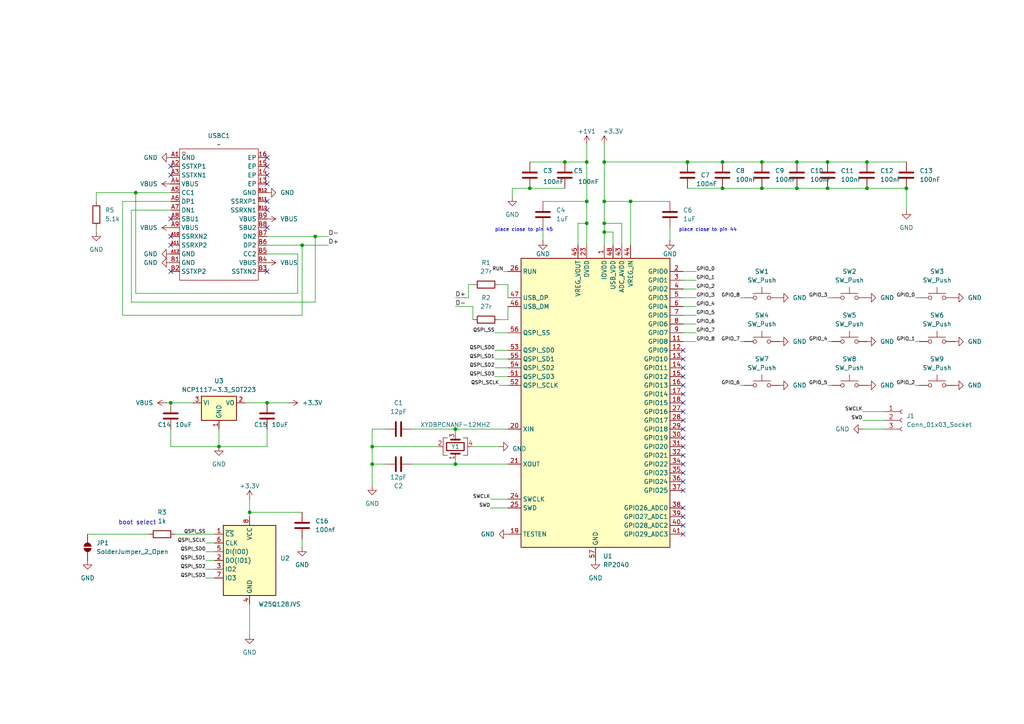
<source format=kicad_sch>
(kicad_sch (version 20231120) (generator "eeschema") (generator_version "8.0")
  (paper "A4")
  (title_block (title "Macro33") (date "2025-02-10") (rev "1") (comment 1 "GPLV3 Licensed"))
  (lib_symbols
    (symbol "Connector:Conn_01x03_Socket" (pin_names (offset 1.016) hide)
      (property "Reference" "J" (at 0 5.08 0))
      (property "Value" "Conn_01x03_Socket" (at 0 -5.08 0))
      (symbol "Conn_01x03_Socket_1_1"
        (arc (start 0 -2.032) (mid -0.5058 -2.54) (end 0 -3.048) (stroke (width 0.1524)))
        (polyline (pts (xy -1.27 -2.54) (xy -0.508 -2.54)) (stroke (width 0.1524)))
        (polyline (pts (xy -1.27 0) (xy -0.508 0)) (stroke (width 0.1524)))
        (polyline (pts (xy -1.27 2.54) (xy -0.508 2.54)) (stroke (width 0.1524)))
        (arc (start 0 0.508) (mid -0.5058 0) (end 0 -0.508) (stroke (width 0.1524)))
        (arc (start 0 3.048) (mid -0.5058 2.54) (end 0 2.032) (stroke (width 0.1524)))
        (pin passive line (at -5.08 2.54 0) (length 3.81) (name "Pin_1") (number "1"))
        (pin passive line (at -5.08 0 0) (length 3.81) (name "Pin_2") (number "2"))
        (pin passive line (at -5.08 -2.54 0) (length 3.81) (name "Pin_3") (number "3"))
      )
    )
    (symbol "Device:C" (pin_numbers hide) (pin_names (offset 0.254))
      (property "Reference" "C" (at 0.635 2.54 0))
      (property "Value" "C" (at 0.635 -2.54 0))
      (symbol "C_0_1"
        (polyline (pts (xy -2.032 -0.762) (xy 2.032 -0.762)) (stroke (width 0.508)))
        (polyline (pts (xy -2.032 0.762) (xy 2.032 0.762)) (stroke (width 0.508)))
      )
      (symbol "C_1_1"
        (pin passive line (at 0 3.81 270) (length 2.794) (name "~") (number "1"))
        (pin passive line (at 0 -3.81 90) (length 2.794) (name "~") (number "2"))
      )
    )
    (symbol "Device:Crystal_GND24" (pin_names (offset 1.016) hide)
      (property "Reference" "Y" (at 3.175 5.08 0))
      (property "Value" "Crystal_GND24" (at 3.175 3.175 0))
      (symbol "Crystal_GND24_0_1"
        (rectangle (start -1.143 2.54) (end 1.143 -2.54) (stroke (width 0.3048)))
        (polyline (pts (xy -2.54 0) (xy -2.032 0)))
        (polyline (pts (xy -2.032 -1.27) (xy -2.032 1.27)) (stroke (width 0.508)))
        (polyline (pts (xy 0 -3.81) (xy 0 -3.556)))
        (polyline (pts (xy 0 3.556) (xy 0 3.81)))
        (polyline (pts (xy 2.032 -1.27) (xy 2.032 1.27)) (stroke (width 0.508)))
        (polyline (pts (xy 2.032 0) (xy 2.54 0)))
        (polyline (pts (xy -2.54 -2.286) (xy -2.54 -3.556) (xy 2.54 -3.556) (xy 2.54 -2.286)))
        (polyline (pts (xy -2.54 2.286) (xy -2.54 3.556) (xy 2.54 3.556) (xy 2.54 2.286)))
      )
      (symbol "Crystal_GND24_1_1"
        (pin passive line (at -3.81 0 0) (length 1.27) (name "1") (number "1"))
        (pin passive line (at 0 5.08 270) (length 1.27) (name "2") (number "2"))
        (pin passive line (at 3.81 0 180) (length 1.27) (name "3") (number "3"))
        (pin passive line (at 0 -5.08 90) (length 1.27) (name "4") (number "4"))
      )
    )
    (symbol "Device:R" (pin_numbers hide) (pin_names (offset 0))
      (property "Reference" "R" (at 2.032 0 90))
      (property "Value" "R" (at 0 0 90))
      (symbol "R_0_1"
        (rectangle (start -1.016 -2.54) (end 1.016 2.54) (stroke (width 0.254)))
      )
      (symbol "R_1_1"
        (pin passive line (at 0 3.81 270) (length 1.27) (name "~") (number "1"))
        (pin passive line (at 0 -3.81 90) (length 1.27) (name "~") (number "2"))
      )
    )
    (symbol "Jumper:SolderJumper_2_Open" (pin_numbers hide) (pin_names (offset 0) hide) (exclude_from_sim yes) (in_bom no)
      (property "Reference" "JP" (at 0 2.032 0))
      (property "Value" "SolderJumper_2_Open" (at 0 -2.54 0))
      (symbol "SolderJumper_2_Open_0_1"
        (arc (start -0.254 1.016) (mid -1.2656 0) (end -0.254 -1.016))
        (arc (start -0.254 1.016) (mid -1.2656 0) (end -0.254 -1.016) (fill (type outline)))
        (polyline (pts (xy -0.254 1.016) (xy -0.254 -1.016)))
        (polyline (pts (xy 0.254 1.016) (xy 0.254 -1.016)))
        (arc (start 0.254 -1.016) (mid 1.2656 0) (end 0.254 1.016))
        (arc (start 0.254 -1.016) (mid 1.2656 0) (end 0.254 1.016) (fill (type outline)))
      )
      (symbol "SolderJumper_2_Open_1_1"
        (pin passive line (at -3.81 0 0) (length 2.54) (name "A") (number "1"))
        (pin passive line (at 3.81 0 180) (length 2.54) (name "B") (number "2"))
      )
    )
    (symbol "Library:FUC-24F11-SNLB1"
      (property "Reference" "USBC" (at 0 0 0))
      (symbol "FUC-24F11-SNLB1_1_0"
        (rectangle (start -11.43 -19.05) (end 11.43 19.05))
        (circle (center -10.16 17.78) (radius 0.381))
        (pin unspecified line (at 13.97 8.89 180) (length 2.54) (name "EP") (number "13"))
        (pin unspecified line (at 13.97 11.43 180) (length 2.54) (name "EP") (number "14"))
        (pin unspecified line (at 13.97 13.97 180) (length 2.54) (name "EP") (number "15"))
        (pin unspecified line (at 13.97 16.51 180) (length 2.54) (name "EP") (number "16"))
        (pin unspecified line (at -13.97 16.51 0) (length 2.54) (name "GND") (number "A1"))
        (pin unspecified line (at -13.97 -6.35 0) (length 2.54) (name "SSRXN2") (number "A10"))
        (pin unspecified line (at -13.97 -8.89 0) (length 2.54) (name "SSRXP2") (number "A11"))
        (pin unspecified line (at -13.97 -11.43 0) (length 2.54) (name "GND") (number "A12"))
        (pin unspecified line (at -13.97 13.97 0) (length 2.54) (name "SSTXP1") (number "A2"))
        (pin unspecified line (at -13.97 11.43 0) (length 2.54) (name "SSTXN1") (number "A3"))
        (pin unspecified line (at -13.97 8.89 0) (length 2.54) (name "VBUS") (number "A4"))
        (pin unspecified line (at -13.97 6.35 0) (length 2.54) (name "CC1") (number "A5"))
        (pin unspecified line (at -13.97 3.81 0) (length 2.54) (name "DP1") (number "A6"))
        (pin unspecified line (at -13.97 1.27 0) (length 2.54) (name "DN1") (number "A7"))
        (pin unspecified line (at -13.97 -1.27 0) (length 2.54) (name "SBU1") (number "A8"))
        (pin unspecified line (at -13.97 -3.81 0) (length 2.54) (name "VBUS") (number "A9"))
        (pin unspecified line (at -13.97 -13.97 0) (length 2.54) (name "GND") (number "B1"))
        (pin unspecified line (at 13.97 1.27 180) (length 2.54) (name "SSRXN1") (number "B10"))
        (pin unspecified line (at 13.97 3.81 180) (length 2.54) (name "SSRXP1") (number "B11"))
        (pin unspecified line (at 13.97 6.35 180) (length 2.54) (name "GND") (number "B12"))
        (pin unspecified line (at -13.97 -16.51 0) (length 2.54) (name "SSTXP2") (number "B2"))
        (pin unspecified line (at 13.97 -16.51 180) (length 2.54) (name "SSTXN2") (number "B3"))
        (pin unspecified line (at 13.97 -13.97 180) (length 2.54) (name "VBUS") (number "B4"))
        (pin unspecified line (at 13.97 -11.43 180) (length 2.54) (name "CC2") (number "B5"))
        (pin unspecified line (at 13.97 -8.89 180) (length 2.54) (name "DP2") (number "B6"))
        (pin unspecified line (at 13.97 -6.35 180) (length 2.54) (name "DN2") (number "B7"))
        (pin unspecified line (at 13.97 -3.81 180) (length 2.54) (name "SBU2") (number "B8"))
        (pin unspecified line (at 13.97 -1.27 180) (length 2.54) (name "VBUS") (number "B9"))
      )
    )
    (symbol "MCU_RaspberryPi:RP2040"
      (property "Reference" "U" (at 17.78 45.72 0))
      (property "Value" "RP2040" (at 17.78 43.18 0))
      (symbol "RP2040_0_1"
        (rectangle (start -21.59 41.91) (end 21.59 -41.91) (stroke (width 0.254)) (fill (type background)))
      )
      (symbol "RP2040_1_1"
        (pin power_in line (at 2.54 45.72 270) (length 3.81) (name "IOVDD") (number "1"))
        (pin passive line (at 2.54 45.72 270) (length 3.81) hide (name "IOVDD") (number "10"))
        (pin bidirectional line (at 25.4 17.78 180) (length 3.81) (name "GPIO8") (number "11"))
        (pin bidirectional line (at 25.4 15.24 180) (length 3.81) (name "GPIO9") (number "12"))
        (pin bidirectional line (at 25.4 12.7 180) (length 3.81) (name "GPIO10") (number "13"))
        (pin bidirectional line (at 25.4 10.16 180) (length 3.81) (name "GPIO11") (number "14"))
        (pin bidirectional line (at 25.4 7.62 180) (length 3.81) (name "GPIO12") (number "15"))
        (pin bidirectional line (at 25.4 5.08 180) (length 3.81) (name "GPIO13") (number "16"))
        (pin bidirectional line (at 25.4 2.54 180) (length 3.81) (name "GPIO14") (number "17"))
        (pin bidirectional line (at 25.4 0 180) (length 3.81) (name "GPIO15") (number "18"))
        (pin input line (at -25.4 -38.1 0) (length 3.81) (name "TESTEN") (number "19"))
        (pin bidirectional line (at 25.4 38.1 180) (length 3.81) (name "GPIO0") (number "2"))
        (pin input line (at -25.4 -7.62 0) (length 3.81) (name "XIN") (number "20"))
        (pin passive line (at -25.4 -17.78 0) (length 3.81) (name "XOUT") (number "21"))
        (pin passive line (at 2.54 45.72 270) (length 3.81) hide (name "IOVDD") (number "22"))
        (pin power_in line (at -2.54 45.72 270) (length 3.81) (name "DVDD") (number "23"))
        (pin input line (at -25.4 -27.94 0) (length 3.81) (name "SWCLK") (number "24"))
        (pin bidirectional line (at -25.4 -30.48 0) (length 3.81) (name "SWD") (number "25"))
        (pin input line (at -25.4 38.1 0) (length 3.81) (name "RUN") (number "26"))
        (pin bidirectional line (at 25.4 -2.54 180) (length 3.81) (name "GPIO16") (number "27"))
        (pin bidirectional line (at 25.4 -5.08 180) (length 3.81) (name "GPIO17") (number "28"))
        (pin bidirectional line (at 25.4 -7.62 180) (length 3.81) (name "GPIO18") (number "29"))
        (pin bidirectional line (at 25.4 35.56 180) (length 3.81) (name "GPIO1") (number "3"))
        (pin bidirectional line (at 25.4 -10.16 180) (length 3.81) (name "GPIO19") (number "30"))
        (pin bidirectional line (at 25.4 -12.7 180) (length 3.81) (name "GPIO20") (number "31"))
        (pin bidirectional line (at 25.4 -15.24 180) (length 3.81) (name "GPIO21") (number "32"))
        (pin passive line (at 2.54 45.72 270) (length 3.81) hide (name "IOVDD") (number "33"))
        (pin bidirectional line (at 25.4 -17.78 180) (length 3.81) (name "GPIO22") (number "34"))
        (pin bidirectional line (at 25.4 -20.32 180) (length 3.81) (name "GPIO23") (number "35"))
        (pin bidirectional line (at 25.4 -22.86 180) (length 3.81) (name "GPIO24") (number "36"))
        (pin bidirectional line (at 25.4 -25.4 180) (length 3.81) (name "GPIO25") (number "37"))
        (pin bidirectional line (at 25.4 -30.48 180) (length 3.81) (name "GPIO26_ADC0") (number "38"))
        (pin bidirectional line (at 25.4 -33.02 180) (length 3.81) (name "GPIO27_ADC1") (number "39"))
        (pin bidirectional line (at 25.4 33.02 180) (length 3.81) (name "GPIO2") (number "4"))
        (pin bidirectional line (at 25.4 -35.56 180) (length 3.81) (name "GPIO28_ADC2") (number "40"))
        (pin bidirectional line (at 25.4 -38.1 180) (length 3.81) (name "GPIO29_ADC3") (number "41"))
        (pin passive line (at 2.54 45.72 270) (length 3.81) hide (name "IOVDD") (number "42"))
        (pin power_in line (at 7.62 45.72 270) (length 3.81) (name "ADC_AVDD") (number "43"))
        (pin power_in line (at 10.16 45.72 270) (length 3.81) (name "VREG_IN") (number "44"))
        (pin power_out line (at -5.08 45.72 270) (length 3.81) (name "VREG_VOUT") (number "45"))
        (pin bidirectional line (at -25.4 27.94 0) (length 3.81) (name "USB_DM") (number "46"))
        (pin bidirectional line (at -25.4 30.48 0) (length 3.81) (name "USB_DP") (number "47"))
        (pin power_in line (at 5.08 45.72 270) (length 3.81) (name "USB_VDD") (number "48"))
        (pin passive line (at 2.54 45.72 270) (length 3.81) hide (name "IOVDD") (number "49"))
        (pin bidirectional line (at 25.4 30.48 180) (length 3.81) (name "GPIO3") (number "5"))
        (pin passive line (at -2.54 45.72 270) (length 3.81) hide (name "DVDD") (number "50"))
        (pin bidirectional line (at -25.4 7.62 0) (length 3.81) (name "QSPI_SD3") (number "51"))
        (pin output line (at -25.4 5.08 0) (length 3.81) (name "QSPI_SCLK") (number "52"))
        (pin bidirectional line (at -25.4 15.24 0) (length 3.81) (name "QSPI_SD0") (number "53"))
        (pin bidirectional line (at -25.4 10.16 0) (length 3.81) (name "QSPI_SD2") (number "54"))
        (pin bidirectional line (at -25.4 12.7 0) (length 3.81) (name "QSPI_SD1") (number "55"))
        (pin bidirectional line (at -25.4 20.32 0) (length 3.81) (name "QSPI_SS") (number "56"))
        (pin power_in line (at 0 -45.72 90) (length 3.81) (name "GND") (number "57"))
        (pin bidirectional line (at 25.4 27.94 180) (length 3.81) (name "GPIO4") (number "6"))
        (pin bidirectional line (at 25.4 25.4 180) (length 3.81) (name "GPIO5") (number "7"))
        (pin bidirectional line (at 25.4 22.86 180) (length 3.81) (name "GPIO6") (number "8"))
        (pin bidirectional line (at 25.4 20.32 180) (length 3.81) (name "GPIO7") (number "9"))
      )
    )
    (symbol "Memory_Flash:W25Q128JVS"
      (property "Reference" "U" (at -8.89 8.89 0))
      (property "Value" "W25Q128JVS" (at 7.62 8.89 0))
      (symbol "W25Q128JVS_0_1"
        (rectangle (start -7.62 10.16) (end 7.62 -10.16) (stroke (width 0.254)) (fill (type background)))
      )
      (symbol "W25Q128JVS_1_1"
        (pin input line (at -10.16 7.62 0) (length 2.54) (name "~{CS}") (number "1"))
        (pin bidirectional line (at -10.16 0 0) (length 2.54) (name "DO(IO1)") (number "2"))
        (pin bidirectional line (at -10.16 -2.54 0) (length 2.54) (name "IO2") (number "3"))
        (pin power_in line (at 0 -12.7 90) (length 2.54) (name "GND") (number "4"))
        (pin bidirectional line (at -10.16 2.54 0) (length 2.54) (name "DI(IO0)") (number "5"))
        (pin input line (at -10.16 5.08 0) (length 2.54) (name "CLK") (number "6"))
        (pin bidirectional line (at -10.16 -5.08 0) (length 2.54) (name "IO3") (number "7"))
        (pin power_in line (at 0 12.7 270) (length 2.54) (name "VCC") (number "8"))
      )
    )
    (symbol "Regulator_Linear:NCP1117-3.3_SOT223"
      (property "Reference" "U" (at -3.81 3.175 0))
      (property "Value" "NCP1117-3.3_SOT223" (at 0 3.175 0))
      (symbol "NCP1117-3.3_SOT223_0_1"
        (rectangle (start -5.08 -5.08) (end 5.08 1.905) (stroke (width 0.254)) (fill (type background)))
      )
      (symbol "NCP1117-3.3_SOT223_1_1"
        (pin power_in line (at 0 -7.62 90) (length 2.54) (name "GND") (number "1"))
        (pin power_out line (at 7.62 0 180) (length 2.54) (name "VO") (number "2"))
        (pin power_in line (at -7.62 0 0) (length 2.54) (name "VI") (number "3"))
      )
    )
    (symbol "Switch:SW_Push" (pin_numbers hide) (pin_names (offset 1.016) hide)
      (property "Reference" "SW" (at 1.27 2.54 0))
      (property "Value" "SW_Push" (at 0 -1.524 0))
      (symbol "SW_Push_0_1"
        (circle (center -2.032 0) (radius 0.508))
        (polyline (pts (xy 0 1.27) (xy 0 3.048)))
        (polyline (pts (xy 2.54 1.27) (xy -2.54 1.27)))
        (circle (center 2.032 0) (radius 0.508))
        (pin passive line (at -5.08 0 0) (length 2.54) (name "1") (number "1"))
        (pin passive line (at 5.08 0 180) (length 2.54) (name "2") (number "2"))
      )
    )
    (symbol "power:+1V1" (power) (pin_names (offset 0))
      (property "Value" "+1V1" (at 0 3.556 0))
      (symbol "+1V1_0_1"
        (polyline (pts (xy -0.762 1.27) (xy 0 2.54)))
        (polyline (pts (xy 0 0) (xy 0 2.54)))
        (polyline (pts (xy 0 2.54) (xy 0.762 1.27)))
      )
      (symbol "+1V1_1_1"
        (pin power_in line (at 0 0 90) (length 0) hide (name "+1V1") (number "1"))
      )
    )
    (symbol "power:+3.3V" (power) (pin_numbers hide) (pin_names (offset 0) hide)
      (property "Value" "+3.3V" (at 0 3.556 0))
      (symbol "+3.3V_0_1"
        (polyline (pts (xy -0.762 1.27) (xy 0 2.54)))
        (polyline (pts (xy 0 0) (xy 0 2.54)))
        (polyline (pts (xy 0 2.54) (xy 0.762 1.27)))
      )
      (symbol "+3.3V_1_1"
        (pin power_in line (at 0 0 90) (length 0) (name "~") (number "1"))
      )
    )
    (symbol "power:GND" (power) (pin_numbers hide) (pin_names (offset 0) hide)
      (property "Value" "GND" (at 0 -3.81 0))
      (symbol "GND_0_1"
        (polyline (pts (xy 0 0) (xy 0 -1.27) (xy 1.27 -1.27) (xy 0 -2.54) (xy -1.27 -1.27) (xy 0 -1.27)))
      )
      (symbol "GND_1_1"
        (pin power_in line (at 0 0 270) (length 0) (name "~") (number "1"))
      )
    )
    (symbol "power:VBUS" (power) (pin_numbers hide) (pin_names (offset 0) hide)
      (property "Value" "VBUS" (at 0 3.556 0))
      (symbol "VBUS_0_1"
        (polyline (pts (xy -0.762 1.27) (xy 0 2.54)))
        (polyline (pts (xy 0 0) (xy 0 2.54)))
        (polyline (pts (xy 0 2.54) (xy 0.762 1.27)))
      )
      (symbol "VBUS_1_1"
        (pin power_in line (at 0 0 90) (length 0) (name "~") (number "1"))
      )
    )
  )
  (junction (at 72.39 148.59))
  (junction (at 39.37 55.88))
  (junction (at 220.98 54.61))
  (junction (at 49.53 116.84))
  (junction (at 240.03 46.99))
  (junction (at 91.44 68.58))
  (junction (at 251.46 46.99))
  (junction (at 107.95 129.54))
  (junction (at 251.46 54.61))
  (junction (at 209.55 54.61))
  (junction (at 77.47 116.84))
  (junction (at 170.18 58.42))
  (junction (at 107.95 134.62))
  (junction (at 182.88 58.42))
  (junction (at 132.08 134.62))
  (junction (at 170.18 46.99))
  (junction (at 175.26 67.31))
  (junction (at 87.63 71.12))
  (junction (at 199.39 46.99))
  (junction (at 132.08 124.46))
  (junction (at 63.5 129.54))
  (junction (at 175.26 46.99))
  (junction (at 163.83 46.99))
  (junction (at 175.26 64.77))
  (junction (at 240.03 54.61))
  (junction (at 231.14 54.61))
  (junction (at 231.14 46.99))
  (junction (at 170.18 64.77))
  (junction (at 262.89 54.61))
  (junction (at 220.98 46.99))
  (junction (at 209.55 46.99))
  (junction (at 175.26 58.42))
  (junction (at 153.67 54.61))
  (no_connect (at 77.47 58.42))
  (no_connect (at 198.12 124.46))
  (no_connect (at 198.12 119.38))
  (no_connect (at 49.53 71.12))
  (no_connect (at 77.47 50.8))
  (no_connect (at 198.12 134.62))
  (no_connect (at 198.12 106.68))
  (no_connect (at 198.12 132.08))
  (no_connect (at 198.12 111.76))
  (no_connect (at 198.12 104.14))
  (no_connect (at 49.53 78.74))
  (no_connect (at 77.47 66.04))
  (no_connect (at 77.47 48.26))
  (no_connect (at 198.12 121.92))
  (no_connect (at 198.12 152.4))
  (no_connect (at 77.47 60.96))
  (no_connect (at 198.12 139.7))
  (no_connect (at 77.47 45.72))
  (no_connect (at 198.12 149.86))
  (no_connect (at 198.12 109.22))
  (no_connect (at 49.53 50.8))
  (no_connect (at 198.12 114.3))
  (no_connect (at 49.53 48.26))
  (no_connect (at 198.12 142.24))
  (no_connect (at 198.12 137.16))
  (no_connect (at 198.12 147.32))
  (no_connect (at 198.12 116.84))
  (no_connect (at 49.53 63.5))
  (no_connect (at 198.12 127))
  (no_connect (at 198.12 101.6))
  (no_connect (at 198.12 154.94))
  (no_connect (at 77.47 78.74))
  (no_connect (at 77.47 53.34))
  (no_connect (at 49.53 68.58))
  (no_connect (at 198.12 129.54))
  (wire (pts (xy 265.43 86.36) (xy 266.7 86.36)))
  (wire (pts (xy 132.08 134.62) (xy 147.32 134.62)))
  (wire (pts (xy 87.63 91.44) (xy 87.63 71.12)))
  (wire (pts (xy 77.47 129.54) (xy 63.5 129.54)))
  (wire (pts (xy 77.47 68.58) (xy 91.44 68.58)))
  (wire (pts (xy 240.03 111.76) (xy 241.3 111.76)))
  (wire (pts (xy 38.1 60.96) (xy 38.1 87.63)))
  (wire (pts (xy 39.37 55.88) (xy 27.94 55.88)))
  (wire (pts (xy 119.38 134.62) (xy 132.08 134.62)))
  (wire (pts (xy 86.36 73.66) (xy 86.36 85.09)))
  (wire (pts (xy 209.55 54.61) (xy 220.98 54.61)))
  (wire (pts (xy 250.19 119.38) (xy 256.54 119.38)))
  (wire (pts (xy 250.19 124.46) (xy 256.54 124.46)))
  (wire (pts (xy 142.24 144.78) (xy 147.32 144.78)))
  (wire (pts (xy 251.46 46.99) (xy 262.89 46.99)))
  (wire (pts (xy 144.78 82.55) (xy 147.32 82.55)))
  (wire (pts (xy 87.63 71.12) (xy 95.25 71.12)))
  (wire (pts (xy 175.26 46.99) (xy 199.39 46.99)))
  (wire (pts (xy 135.89 82.55) (xy 135.89 86.36)))
  (wire (pts (xy 49.53 124.46) (xy 49.53 129.54)))
  (wire (pts (xy 175.26 58.42) (xy 175.26 64.77)))
  (wire (pts (xy 240.03 86.36) (xy 241.3 86.36)))
  (wire (pts (xy 157.48 58.42) (xy 170.18 58.42)))
  (wire (pts (xy 148.59 54.61) (xy 148.59 57.15)))
  (wire (pts (xy 175.26 67.31) (xy 175.26 64.77)))
  (wire (pts (xy 107.95 129.54) (xy 127 129.54)))
  (wire (pts (xy 170.18 64.77) (xy 170.18 71.12)))
  (wire (pts (xy 198.12 81.28) (xy 201.93 81.28)))
  (wire (pts (xy 91.44 68.58) (xy 95.25 68.58)))
  (wire (pts (xy 107.95 134.62) (xy 107.95 140.97)))
  (wire (pts (xy 142.24 147.32) (xy 147.32 147.32)))
  (wire (pts (xy 170.18 58.42) (xy 170.18 64.77)))
  (wire (pts (xy 91.44 87.63) (xy 91.44 68.58)))
  (wire (pts (xy 147.32 92.71) (xy 144.78 92.71)))
  (wire (pts (xy 59.69 165.1) (xy 62.23 165.1)))
  (wire (pts (xy 143.51 96.52) (xy 147.32 96.52)))
  (wire (pts (xy 198.12 86.36) (xy 201.93 86.36)))
  (wire (pts (xy 250.19 121.92) (xy 256.54 121.92)))
  (wire (pts (xy 262.89 54.61) (xy 262.89 60.96)))
  (wire (pts (xy 182.88 58.42) (xy 182.88 71.12)))
  (wire (pts (xy 198.12 96.52) (xy 201.93 96.52)))
  (wire (pts (xy 199.39 46.99) (xy 209.55 46.99)))
  (wire (pts (xy 49.53 129.54) (xy 63.5 129.54)))
  (wire (pts (xy 175.26 46.99) (xy 175.26 58.42)))
  (wire (pts (xy 71.12 116.84) (xy 77.47 116.84)))
  (wire (pts (xy 175.26 71.12) (xy 175.26 67.31)))
  (wire (pts (xy 153.67 54.61) (xy 148.59 54.61)))
  (wire (pts (xy 240.03 46.99) (xy 251.46 46.99)))
  (wire (pts (xy 111.76 134.62) (xy 107.95 134.62)))
  (wire (pts (xy 72.39 148.59) (xy 72.39 149.86)))
  (wire (pts (xy 77.47 124.46) (xy 77.47 129.54)))
  (wire (pts (xy 198.12 88.9) (xy 201.93 88.9)))
  (wire (pts (xy 39.37 85.09) (xy 39.37 55.88)))
  (wire (pts (xy 214.63 111.76) (xy 215.9 111.76)))
  (wire (pts (xy 50.8 154.94) (xy 62.23 154.94)))
  (wire (pts (xy 87.63 156.21) (xy 87.63 158.75)))
  (wire (pts (xy 198.12 99.06) (xy 201.93 99.06)))
  (wire (pts (xy 143.51 106.68) (xy 147.32 106.68)))
  (wire (pts (xy 77.47 116.84) (xy 83.82 116.84)))
  (wire (pts (xy 182.88 58.42) (xy 194.31 58.42)))
  (wire (pts (xy 49.53 58.42) (xy 35.56 58.42)))
  (wire (pts (xy 72.39 175.26) (xy 72.39 184.15)))
  (wire (pts (xy 119.38 124.46) (xy 132.08 124.46)))
  (wire (pts (xy 199.39 54.61) (xy 209.55 54.61)))
  (wire (pts (xy 175.26 58.42) (xy 182.88 58.42)))
  (wire (pts (xy 198.12 83.82) (xy 201.93 83.82)))
  (wire (pts (xy 135.89 86.36) (xy 132.08 86.36)))
  (wire (pts (xy 63.5 124.46) (xy 63.5 129.54)))
  (wire (pts (xy 59.69 167.64) (xy 62.23 167.64)))
  (wire (pts (xy 163.83 46.99) (xy 170.18 46.99)))
  (wire (pts (xy 265.43 99.06) (xy 266.7 99.06)))
  (wire (pts (xy 167.64 64.77) (xy 170.18 64.77)))
  (wire (pts (xy 143.51 104.14) (xy 147.32 104.14)))
  (wire (pts (xy 177.8 67.31) (xy 175.26 67.31)))
  (wire (pts (xy 137.16 88.9) (xy 137.16 92.71)))
  (wire (pts (xy 231.14 46.99) (xy 240.03 46.99)))
  (wire (pts (xy 25.4 154.94) (xy 43.18 154.94)))
  (wire (pts (xy 220.98 46.99) (xy 231.14 46.99)))
  (wire (pts (xy 38.1 87.63) (xy 91.44 87.63)))
  (wire (pts (xy 59.69 162.56) (xy 62.23 162.56)))
  (wire (pts (xy 144.78 111.76) (xy 147.32 111.76)))
  (wire (pts (xy 111.76 124.46) (xy 107.95 124.46)))
  (wire (pts (xy 59.69 160.02) (xy 62.23 160.02)))
  (wire (pts (xy 153.67 46.99) (xy 163.83 46.99)))
  (wire (pts (xy 177.8 71.12) (xy 177.8 67.31)))
  (wire (pts (xy 153.67 54.61) (xy 163.83 54.61)))
  (wire (pts (xy 27.94 66.04) (xy 27.94 67.31)))
  (wire (pts (xy 35.56 91.44) (xy 87.63 91.44)))
  (wire (pts (xy 72.39 144.78) (xy 72.39 148.59)))
  (wire (pts (xy 72.39 148.59) (xy 87.63 148.59)))
  (wire (pts (xy 214.63 86.36) (xy 215.9 86.36)))
  (wire (pts (xy 35.56 58.42) (xy 35.56 91.44)))
  (wire (pts (xy 170.18 46.99) (xy 170.18 58.42)))
  (wire (pts (xy 48.26 116.84) (xy 49.53 116.84)))
  (wire (pts (xy 132.08 124.46) (xy 132.08 125.73)))
  (wire (pts (xy 49.53 55.88) (xy 39.37 55.88)))
  (wire (pts (xy 214.63 99.06) (xy 215.9 99.06)))
  (wire (pts (xy 107.95 124.46) (xy 107.95 129.54)))
  (wire (pts (xy 143.51 109.22) (xy 147.32 109.22)))
  (wire (pts (xy 146.05 78.74) (xy 147.32 78.74)))
  (wire (pts (xy 240.03 54.61) (xy 251.46 54.61)))
  (wire (pts (xy 180.34 71.12) (xy 180.34 64.77)))
  (wire (pts (xy 157.48 66.04) (xy 157.48 69.85)))
  (wire (pts (xy 251.46 54.61) (xy 262.89 54.61)))
  (wire (pts (xy 265.43 111.76) (xy 266.7 111.76)))
  (wire (pts (xy 77.47 73.66) (xy 86.36 73.66)))
  (wire (pts (xy 107.95 129.54) (xy 107.95 134.62)))
  (wire (pts (xy 77.47 71.12) (xy 87.63 71.12)))
  (wire (pts (xy 198.12 93.98) (xy 201.93 93.98)))
  (wire (pts (xy 143.51 101.6) (xy 147.32 101.6)))
  (wire (pts (xy 220.98 54.61) (xy 231.14 54.61)))
  (wire (pts (xy 86.36 85.09) (xy 39.37 85.09)))
  (wire (pts (xy 137.16 82.55) (xy 135.89 82.55)))
  (wire (pts (xy 132.08 88.9) (xy 137.16 88.9)))
  (wire (pts (xy 27.94 55.88) (xy 27.94 58.42)))
  (wire (pts (xy 175.26 41.91) (xy 175.26 46.99)))
  (wire (pts (xy 132.08 124.46) (xy 147.32 124.46)))
  (wire (pts (xy 147.32 82.55) (xy 147.32 86.36)))
  (wire (pts (xy 137.16 129.54) (xy 144.78 129.54)))
  (wire (pts (xy 240.03 99.06) (xy 241.3 99.06)))
  (wire (pts (xy 194.31 66.04) (xy 194.31 69.85)))
  (wire (pts (xy 59.69 157.48) (xy 62.23 157.48)))
  (wire (pts (xy 209.55 46.99) (xy 220.98 46.99)))
  (wire (pts (xy 198.12 91.44) (xy 201.93 91.44)))
  (wire (pts (xy 231.14 54.61) (xy 240.03 54.61)))
  (wire (pts (xy 49.53 60.96) (xy 38.1 60.96)))
  (wire (pts (xy 132.08 134.62) (xy 132.08 133.35)))
  (wire (pts (xy 49.53 116.84) (xy 55.88 116.84)))
  (wire (pts (xy 198.12 78.74) (xy 201.93 78.74)))
  (wire (pts (xy 167.64 71.12) (xy 167.64 64.77)))
  (wire (pts (xy 147.32 88.9) (xy 147.32 92.71)))
  (wire (pts (xy 180.34 64.77) (xy 175.26 64.77)))
  (wire (pts (xy 170.18 41.91) (xy 170.18 46.99)))
  (text "boot select" (at 34.29 152.4 0) (effects (font (size 1.27 1.27)) (justify left bottom)))
  (text "place close to pin 45" (at 143.51 67.31 0) (effects (font (size 1 1)) (justify left bottom)))
  (text "place close to pin 44" (at 196.85 67.31 0) (effects (font (size 1 1)) (justify left bottom)))
  (label "QSPI_SD2" (at 59.69 165.1 180) (effects (font (size 1 1))))
  (label "GPIO_4" (at 201.93 88.9 0) (effects (font (size 1 1))))
  (label "QSPI_SD3" (at 143.51 109.22 180) (effects (font (size 1 1))))
  (label "D+" (at 95.25 71.12 0))
  (label "QSPI_SS" (at 143.51 96.52 180) (effects (font (size 1 1))))
  (label "QSPI_SD0" (at 59.69 160.02 180) (effects (font (size 1 1))))
  (label "D-" (at 132.08 88.9 0))
  (label "GPIO_7" (at 214.63 99.06 180) (effects (font (size 1 1))))
  (label "QSPI_SD3" (at 59.69 167.64 180) (effects (font (size 1 1))))
  (label "GPIO_2" (at 265.43 111.76 180) (effects (font (size 1 1))))
  (label "GPIO_0" (at 201.93 78.74 0) (effects (font (size 1 1))))
  (label "D-" (at 95.25 68.58 0))
  (label "QSPI_SD1" (at 59.69 162.56 180) (effects (font (size 1 1))))
  (label "SWCLK" (at 250.19 119.38 180) (effects (font (size 1 1))))
  (label "GPIO_6" (at 201.93 93.98 0) (effects (font (size 1 1))))
  (label "GPIO_8" (at 201.93 99.06 0) (effects (font (size 1 1))))
  (label "QSPI_SD1" (at 143.51 104.14 180) (effects (font (size 1 1))))
  (label "QSPI_SCLK" (at 144.78 111.76 180) (effects (font (size 1 1))))
  (label "GPIO_5" (at 240.03 111.76 180) (effects (font (size 1 1))))
  (label "SWCLK" (at 142.24 144.78 180) (effects (font (size 1 1))))
  (label "GPIO_5" (at 201.93 91.44 0) (effects (font (size 1 1))))
  (label "GPIO_6" (at 214.63 111.76 180) (effects (font (size 1 1))))
  (label "GPIO_1" (at 201.93 81.28 0) (effects (font (size 1 1))))
  (label "QSPI_SD0" (at 143.51 101.6 180) (effects (font (size 1 1))))
  (label "GPIO_3" (at 201.93 86.36 0) (effects (font (size 1 1))))
  (label "QSPI_SD2" (at 143.51 106.68 180) (effects (font (size 1 1))))
  (label "D+" (at 132.08 86.36 0))
  (label "RUN" (at 146.05 78.74 180) (effects (font (size 1 1))))
  (label "SWD" (at 250.19 121.92 180) (effects (font (size 1 1))))
  (label "GPIO_2" (at 201.93 83.82 0) (effects (font (size 1 1))))
  (label "GPIO_7" (at 201.93 96.52 0) (effects (font (size 1 1))))
  (label "GPIO_1" (at 265.43 99.06 180) (effects (font (size 1 1))))
  (label "GPIO_3" (at 240.03 86.36 180) (effects (font (size 1 1))))
  (label "QSPI_SS" (at 59.69 154.94 180) (effects (font (size 1 1))))
  (label "GPIO_0" (at 265.43 86.36 180) (effects (font (size 1 1))))
  (label "GPIO_8" (at 214.63 86.36 180) (effects (font (size 1 1))))
  (label "SWD" (at 142.24 147.32 180) (effects (font (size 1 1))))
  (label "QSPI_SCLK" (at 59.69 157.48 180) (effects (font (size 1 1))))
  (label "GPIO_4" (at 240.03 99.06 180) (effects (font (size 1 1))))
  (symbol (lib_id "power:GND") (at 251.46 86.36 90) (unit 1)
    (property "Reference" "#PWR030" (effects (hide yes)))
    (property "Value" "GND" (at 255.27 86.3599 90) (effects (justify right)))
  )
  (symbol (lib_id "MCU_RaspberryPi:RP2040") (at 172.72 116.84 0) (unit 1)
    (property "Reference" "U1" (at 174.9141 161.29 0) (effects (justify left)))
    (property "Value" "RP2040" (at 174.9141 163.83 0) (effects (justify left)))
    (property "Footprint" "Package_DFN_QFN:QFN-56-1EP_7x7mm_P0.4mm_EP3.2x3.2mm" (effects (hide yes)))
    (property "Datasheet" "https://datasheets.raspberrypi.com/rp2040/rp2040-datasheet.pdf" (effects (hide yes)))
    (property "Description" "A microcontroller by Raspberry Pi" (effects (hide yes)))
    (property "LCSC" "C2040" (effects (hide yes)))
  )
  (symbol (lib_id "power:VBUS") (at 77.47 63.5 270) (unit 1)
    (property "Reference" "#PWR013" (effects (hide yes)))
    (property "Value" "VBUS" (at 81.28 63.4999 90) (effects (justify left)))
    (property "Description" "Power symbol creates a global label with name \"VBUS\"" (effects (hide yes)))
  )
  (symbol (lib_id "Jumper:SolderJumper_2_Open") (at 25.4 158.75 90) (unit 1) (exclude_from_sim yes) (in_bom no)
    (property "Reference" "JP1" (at 27.94 157.4799 90) (effects (justify right)))
    (property "Value" "SolderJumper_2_Open" (at 27.94 160.0199 90) (effects (justify right)))
    (property "Footprint" "Jumper:SolderJumper-2_P1.3mm_Open_TrianglePad1.0x1.5mm" (effects (hide yes)))
    (property "Description" "Solder Jumper, 2-pole, open" (effects (hide yes)))
  )
  (symbol (lib_id "Device:R") (at 140.97 82.55 90) (unit 1)
    (property "Reference" "R1" (at 140.97 76.2 90))
    (property "Value" "27r" (at 140.97 78.74 90))
    (property "Footprint" "Resistor_SMD:R_0805_2012Metric" (effects (hide yes)))
    (property "Description" "Resistor" (effects (hide yes)))
    (property "LCSC" " C17594" (effects (hide yes)))
  )
  (symbol (lib_id "power:GND") (at 49.53 76.2 270) (unit 1)
    (property "Reference" "#PWR08" (effects (hide yes)))
    (property "Value" "GND" (at 45.72 76.1999 90) (effects (justify right)))
    (property "Description" "Power symbol creates a global label with name \"GND\" , ground" (effects (hide yes)))
  )
  (symbol (lib_id "Device:C") (at 153.67 50.8 0) (unit 1)
    (property "Reference" "C3" (at 157.48 49.53 0) (effects (justify left)))
    (property "Value" "100nF" (at 157.48 52.705 0) (effects (justify left)))
    (property "Footprint" "Capacitor_SMD:C_0402_1005Metric" (effects (hide yes)))
    (property "LCSC" "C1525" (effects (hide yes)))
  )
  (symbol (lib_id "power:VBUS") (at 49.53 66.04 90) (unit 1)
    (property "Reference" "#PWR06" (effects (hide yes)))
    (property "Value" "VBUS" (at 45.72 66.0399 90) (effects (justify left)))
    (property "Description" "Power symbol creates a global label with name \"VBUS\"" (effects (hide yes)))
  )
  (symbol (lib_id "power:VBUS") (at 77.47 76.2 270) (unit 1)
    (property "Reference" "#PWR014" (effects (hide yes)))
    (property "Value" "VBUS" (at 81.28 76.1999 90) (effects (justify left)))
    (property "Description" "Power symbol creates a global label with name \"VBUS\"" (effects (hide yes)))
  )
  (symbol (lib_id "power:GND") (at 262.89 60.96 0) (unit 1)
    (property "Reference" "#PWR027" (effects (hide yes)))
    (property "Value" "GND" (at 262.89 66.04 0))
  )
  (symbol (lib_id "Switch:SW_Push") (at 271.78 86.36 0) (unit 1)
    (property "Reference" "SW3" (at 271.78 78.74 0))
    (property "Value" "SW_Push" (at 271.78 81.28 0))
    (property "Footprint" "Library:CherryMX_MidHeight_Choc_Hotswap_rev5" (effects (hide yes)))
    (property "Description" "Push button switch, generic, two pins" (effects (hide yes)))
  )
  (symbol (lib_id "power:GND") (at 250.19 124.46 270) (unit 1)
    (property "Reference" "#PWR028" (effects (hide yes)))
    (property "Value" "GND" (at 246.38 124.4599 90) (effects (justify right)))
  )
  (symbol (lib_id "power:GND") (at 27.94 67.31 0) (unit 1)
    (property "Reference" "#PWR02" (effects (hide yes)))
    (property "Value" "GND" (at 27.94 72.39 0))
    (property "Description" "Power symbol creates a global label with name \"GND\" , ground" (effects (hide yes)))
  )
  (symbol (lib_id "power:GND") (at 107.95 140.97 0) (unit 1)
    (property "Reference" "#PWR017" (effects (hide yes)))
    (property "Value" "GND" (at 107.95 146.05 0))
  )
  (symbol (lib_id "Memory_Flash:W25Q128JVS") (at 72.39 162.56 0) (unit 1)
    (property "Reference" "U2" (at 81.28 161.925 0) (effects (justify left)))
    (property "Value" "W25Q128JVS" (at 74.93 175.26 0) (effects (justify left)))
    (property "Footprint" "Package_SO:SOIC-8_5.23x5.23mm_P1.27mm" (effects (hide yes)))
    (property "Datasheet" "http://www.winbond.com/resource-files/w25q128jv_dtr%20revc%2003272018%20plus.pdf" (effects (hide yes)))
    (property "LCSC" "C97521" (effects (hide yes)))
  )
  (symbol (lib_id "power:GND") (at 226.06 99.06 90) (unit 1)
    (property "Reference" "#PWR037" (effects (hide yes)))
    (property "Value" "GND" (at 229.87 99.0599 90) (effects (justify right)))
  )
  (symbol (lib_id "power:GND") (at 226.06 111.76 90) (unit 1)
    (property "Reference" "#PWR036" (effects (hide yes)))
    (property "Value" "GND" (at 229.87 111.7599 90) (effects (justify right)))
  )
  (symbol (lib_id "Device:C") (at 87.63 152.4 0) (unit 1)
    (property "Reference" "C16" (at 91.44 151.1299 0) (effects (justify left)))
    (property "Value" "100nf" (at 91.44 153.6699 0) (effects (justify left)))
    (property "Footprint" "Capacitor_SMD:C_0402_1005Metric" (effects (hide yes)))
    (property "LCSC" "C1525" (effects (hide yes)))
  )
  (symbol (lib_id "power:GND") (at 49.53 45.72 270) (unit 1)
    (property "Reference" "#PWR04" (effects (hide yes)))
    (property "Value" "GND" (at 45.72 45.7199 90) (effects (justify right)))
    (property "Description" "Power symbol creates a global label with name \"GND\" , ground" (effects (hide yes)))
  )
  (symbol (lib_id "power:GND") (at 276.86 86.36 90) (unit 1)
    (property "Reference" "#PWR031" (effects (hide yes)))
    (property "Value" "GND" (at 280.67 86.3599 90) (effects (justify right)))
  )
  (symbol (lib_id "power:+3.3V") (at 83.82 116.84 270) (unit 1)
    (property "Reference" "#PWR015" (effects (hide yes)))
    (property "Value" "+3.3V" (at 87.63 116.8399 90) (effects (justify left)))
    (property "Description" "Power symbol creates a global label with name \"+3.3V\"" (effects (hide yes)))
  )
  (symbol (lib_id "Connector:Conn_01x03_Socket") (at 261.62 121.92 0) (unit 1)
    (property "Reference" "J1" (at 262.89 120.6499 0) (effects (justify left)))
    (property "Value" "Conn_01x03_Socket" (at 262.89 123.1899 0) (effects (justify left)))
    (property "Footprint" "Library:SWD-Pads" (effects (hide yes)))
    (property "Description" "Generic connector, single row, 01x03, script generated" (effects (hide yes)))
  )
  (symbol (lib_id "Device:R") (at 140.97 92.71 90) (unit 1)
    (property "Reference" "R2" (at 140.97 86.36 90))
    (property "Value" "27r" (at 140.97 88.9 90))
    (property "Footprint" "Resistor_SMD:R_0805_2012Metric" (effects (hide yes)))
    (property "Description" "Resistor" (effects (hide yes)))
    (property "LCSC" " C17594" (effects (hide yes)))
  )
  (symbol (lib_id "power:GND") (at 63.5 129.54 0) (unit 1)
    (property "Reference" "#PWR09" (effects (hide yes)))
    (property "Value" "GND" (at 63.5 134.62 0))
    (property "Description" "Power symbol creates a global label with name \"GND\" , ground" (effects (hide yes)))
  )
  (symbol (lib_id "Device:C") (at 209.55 50.8 0) (unit 1)
    (property "Reference" "C8" (at 213.36 49.5299 0) (effects (justify left)))
    (property "Value" "100nF" (at 213.36 52.0699 0) (effects (justify left)))
    (property "Footprint" "Capacitor_SMD:C_0402_1005Metric" (effects (hide yes)))
    (property "LCSC" "C1525" (effects (hide yes)))
  )
  (symbol (lib_id "Device:C") (at 262.89 50.8 0) (unit 1)
    (property "Reference" "C13" (at 266.7 49.5299 0) (effects (justify left)))
    (property "Value" "100nF" (at 266.7 52.0699 0) (effects (justify left)))
    (property "Footprint" "Capacitor_SMD:C_0402_1005Metric" (effects (hide yes)))
    (property "LCSC" "C1525" (effects (hide yes)))
  )
  (symbol (lib_id "Device:C") (at 115.57 124.46 90) (unit 1)
    (property "Reference" "C1" (at 115.57 116.84 90))
    (property "Value" "12pF" (at 115.57 119.38 90))
    (property "Footprint" "Capacitor_SMD:C_0402_1005Metric" (effects (hide yes)))
    (property "LCSC" "C1547" (effects (hide yes)))
  )
  (symbol (lib_id "Device:C") (at 240.03 50.8 0) (unit 1)
    (property "Reference" "C11" (at 243.84 49.5299 0) (effects (justify left)))
    (property "Value" "100nF" (at 243.84 52.0699 0) (effects (justify left)))
    (property "Footprint" "Capacitor_SMD:C_0402_1005Metric" (effects (hide yes)))
    (property "LCSC" "C1525" (effects (hide yes)))
  )
  (symbol (lib_id "Device:Crystal_GND24") (at 132.08 129.54 90) (unit 1)
    (property "Reference" "Y1" (at 132.08 129.54 90))
    (property "Value" "XYDBPCNANF-12MHZ" (at 132.08 123.19 90))
    (property "Footprint" "Library:OSC-SMD_4P-L2.5-W2.0-BL" (effects (hide yes)))
    (property "LCSC" "C521567" (effects (hide yes)))
  )
  (symbol (lib_id "Device:C") (at 49.53 120.65 0) (unit 1)
    (property "Reference" "C14" (at 45.72 123.19 0) (effects (justify left)))
    (property "Value" "10uF" (at 50.8 123.19 0) (effects (justify left)))
    (property "Footprint" "Capacitor_SMD:C_1206_3216Metric" (effects (hide yes)))
    (property "LCSC" "C13585" (effects (hide yes)))
  )
  (symbol (lib_id "power:GND") (at 276.86 111.76 90) (unit 1)
    (property "Reference" "#PWR033" (effects (hide yes)))
    (property "Value" "GND" (at 280.67 111.7599 90) (effects (justify right)))
  )
  (symbol (lib_id "Device:C") (at 251.46 50.8 0) (unit 1)
    (property "Reference" "C12" (at 255.27 49.5299 0) (effects (justify left)))
    (property "Value" "100nF" (at 255.27 52.0699 0) (effects (justify left)))
    (property "Footprint" "Capacitor_SMD:C_0402_1005Metric" (effects (hide yes)))
    (property "LCSC" "C1525" (effects (hide yes)))
  )
  (symbol (lib_id "Device:R") (at 46.99 154.94 90) (unit 1)
    (property "Reference" "R3" (at 46.99 148.59 90))
    (property "Value" "1k" (at 46.99 151.13 90))
    (property "Footprint" "Resistor_SMD:R_0402_1005Metric" (effects (hide yes)))
    (property "LCSC" " C11702" (effects (hide yes)))
  )
  (symbol (lib_id "power:VBUS") (at 48.26 116.84 90) (unit 1)
    (property "Reference" "#PWR03" (effects (hide yes)))
    (property "Value" "VBUS" (at 44.45 116.8399 90) (effects (justify left)))
    (property "Description" "Power symbol creates a global label with name \"VBUS\"" (effects (hide yes)))
  )
  (symbol (lib_id "Device:C") (at 199.39 50.8 0) (unit 1)
    (property "Reference" "C7" (at 203.2 50.8 0) (effects (justify left)))
    (property "Value" "100nF" (at 201.93 53.34 0) (effects (justify left)))
    (property "Footprint" "Capacitor_SMD:C_0402_1005Metric" (effects (hide yes)))
    (property "LCSC" "C1525" (effects (hide yes)))
  )
  (symbol (lib_id "Switch:SW_Push") (at 220.98 86.36 0) (unit 1)
    (property "Reference" "SW1" (at 220.98 78.74 0))
    (property "Value" "SW_Push" (at 220.98 81.28 0))
    (property "Footprint" "Library:CherryMX_MidHeight_Choc_Hotswap_rev5" (effects (hide yes)))
    (property "Description" "Push button switch, generic, two pins" (effects (hide yes)))
  )
  (symbol (lib_id "Switch:SW_Push") (at 220.98 111.76 0) (unit 1)
    (property "Reference" "SW7" (at 220.98 104.14 0))
    (property "Value" "SW_Push" (at 220.98 106.68 0))
    (property "Footprint" "Library:CherryMX_MidHeight_Choc_Hotswap_rev5" (effects (hide yes)))
    (property "Description" "Push button switch, generic, two pins" (effects (hide yes)))
  )
  (symbol (lib_id "power:GND") (at 251.46 99.06 90) (unit 1)
    (property "Reference" "#PWR034" (effects (hide yes)))
    (property "Value" "GND" (at 255.27 99.0599 90) (effects (justify right)))
  )
  (symbol (lib_id "Regulator_Linear:NCP1117-3.3_SOT223") (at 63.5 116.84 0) (unit 1)
    (property "Reference" "U3" (at 63.5 110.49 0))
    (property "Value" "NCP1117-3.3_SOT223" (at 63.5 113.03 0))
    (property "Footprint" "Package_TO_SOT_SMD:SOT-223-3_TabPin2" (effects (hide yes)))
    (property "Datasheet" "http://www.onsemi.com/pub_link/Collateral/NCP1117-D.PDF" (effects (hide yes)))
    (property "Description" "1A Low drop-out regulator, Fixed Output 3.3V, SOT-223" (effects (hide yes)))
    (property "LCSC" "C26537" (effects (hide yes)))
  )
  (symbol (lib_id "Switch:SW_Push") (at 246.38 86.36 0) (unit 1)
    (property "Reference" "SW2" (at 246.38 78.74 0))
    (property "Value" "SW_Push" (at 246.38 81.28 0))
    (property "Footprint" "Library:CherryMX_MidHeight_Choc_Hotswap_rev5" (effects (hide yes)))
    (property "Description" "Push button switch, generic, two pins" (effects (hide yes)))
  )
  (symbol (lib_id "power:+1V1") (at 170.18 41.91 0) (unit 1)
    (property "Reference" "#PWR022" (effects (hide yes)))
    (property "Value" "+1V1" (at 170.18 38.1 0))
  )
  (symbol (lib_id "Device:C") (at 115.57 134.62 90) (unit 1)
    (property "Reference" "C2" (at 115.57 140.97 90))
    (property "Value" "12pF" (at 115.57 138.43 90))
    (property "Footprint" "Capacitor_SMD:C_0402_1005Metric" (effects (hide yes)))
    (property "LCSC" "C1547" (effects (hide yes)))
  )
  (symbol (lib_id "power:GND") (at 147.32 154.94 270) (unit 1)
    (property "Reference" "#PWR019" (effects (hide yes)))
    (property "Value" "GND" (at 143.51 154.9399 90) (effects (justify right)))
    (property "Description" "Power symbol creates a global label with name \"GND\" , ground" (effects (hide yes)))
  )
  (symbol (lib_id "Device:C") (at 163.83 50.8 0) (unit 1)
    (property "Reference" "C5" (at 166.37 49.53 0) (effects (justify left)))
    (property "Value" "100nF" (at 167.64 52.705 0) (effects (justify left)))
    (property "Footprint" "Capacitor_SMD:C_0402_1005Metric" (effects (hide yes)))
    (property "LCSC" "C1525" (effects (hide yes)))
  )
  (symbol (lib_id "power:+3.3V") (at 175.26 41.91 0) (unit 1)
    (property "Reference" "#PWR024" (effects (hide yes)))
    (property "Value" "+3.3V" (at 177.8 38.1 0))
  )
  (symbol (lib_id "Device:C") (at 194.31 62.23 0) (unit 1)
    (property "Reference" "C6" (at 198.12 60.9599 0) (effects (justify left)))
    (property "Value" "1uF" (at 198.12 63.4999 0) (effects (justify left)))
    (property "Footprint" "Capacitor_SMD:C_0402_1005Metric" (effects (hide yes)))
    (property "LCSC" "C52923" (effects (hide yes)))
  )
  (symbol (lib_id "Device:C") (at 77.47 120.65 0) (unit 1)
    (property "Reference" "C15" (at 73.66 123.19 0) (effects (justify left)))
    (property "Value" "10uF" (at 78.74 123.19 0) (effects (justify left)))
    (property "Footprint" "Capacitor_SMD:C_1206_3216Metric" (effects (hide yes)))
    (property "LCSC" "C13585" (effects (hide yes)))
  )
  (symbol (lib_id "Switch:SW_Push") (at 246.38 99.06 0) (unit 1)
    (property "Reference" "SW5" (at 246.38 91.44 0))
    (property "Value" "SW_Push" (at 246.38 93.98 0))
    (property "Footprint" "Library:CherryMX_MidHeight_Choc_Hotswap_rev5" (effects (hide yes)))
    (property "Description" "Push button switch, generic, two pins" (effects (hide yes)))
  )
  (symbol (lib_id "power:GND") (at 87.63 158.75 0) (unit 1)
    (property "Reference" "#PWR016" (effects (hide yes)))
    (property "Value" "GND" (at 87.63 163.83 0))
  )
  (symbol (lib_id "power:VBUS") (at 49.53 53.34 90) (unit 1)
    (property "Reference" "#PWR05" (effects (hide yes)))
    (property "Value" "VBUS" (at 45.72 53.3399 90) (effects (justify left)))
    (property "Description" "Power symbol creates a global label with name \"VBUS\"" (effects (hide yes)))
  )
  (symbol (lib_id "power:GND") (at 72.39 184.15 0) (unit 1)
    (property "Reference" "#PWR011" (effects (hide yes)))
    (property "Value" "GND" (at 72.39 189.23 0))
  )
  (symbol (lib_id "power:GND") (at 25.4 162.56 0) (unit 1)
    (property "Reference" "#PWR01" (effects (hide yes)))
    (property "Value" "GND" (at 25.4 167.64 0))
  )
  (symbol (lib_id "Device:R") (at 27.94 62.23 180) (unit 1)
    (property "Reference" "R5" (at 30.48 60.9599 0) (effects (justify right)))
    (property "Value" "5.1k" (at 30.48 63.4999 0) (effects (justify right)))
    (property "Footprint" "Resistor_SMD:R_0402_1005Metric" (effects (hide yes)))
    (property "Description" "Resistor" (effects (hide yes)))
    (property "LCSC" "C25905" (effects (hide yes)))
  )
  (symbol (lib_id "Switch:SW_Push") (at 246.38 111.76 0) (unit 1)
    (property "Reference" "SW8" (at 246.38 104.14 0))
    (property "Value" "SW_Push" (at 246.38 106.68 0))
    (property "Footprint" "Library:CherryMX_MidHeight_Choc_Hotswap_rev5" (effects (hide yes)))
    (property "Description" "Push button switch, generic, two pins" (effects (hide yes)))
  )
  (symbol (lib_id "power:GND") (at 144.78 129.54 90) (unit 1)
    (property "Reference" "#PWR018" (effects (hide yes)))
    (property "Value" "GND" (at 148.59 130.175 90) (effects (justify right)))
  )
  (symbol (lib_id "power:GND") (at 251.46 111.76 90) (unit 1)
    (property "Reference" "#PWR035" (effects (hide yes)))
    (property "Value" "GND" (at 255.27 111.7599 90) (effects (justify right)))
  )
  (symbol (lib_id "power:GND") (at 49.53 73.66 270) (unit 1)
    (property "Reference" "#PWR07" (effects (hide yes)))
    (property "Value" "GND" (at 45.72 73.6599 90) (effects (justify right)))
    (property "Description" "Power symbol creates a global label with name \"GND\" , ground" (effects (hide yes)))
  )
  (symbol (lib_id "Switch:SW_Push") (at 271.78 99.06 0) (unit 1)
    (property "Reference" "SW6" (at 271.78 91.44 0))
    (property "Value" "SW_Push" (at 271.78 93.98 0))
    (property "Footprint" "Library:CherryMX_MidHeight_Choc_Hotswap_rev5" (effects (hide yes)))
    (property "Description" "Push button switch, generic, two pins" (effects (hide yes)))
  )
  (symbol (lib_id "Device:C") (at 220.98 50.8 0) (unit 1)
    (property "Reference" "C9" (at 224.79 49.5299 0) (effects (justify left)))
    (property "Value" "100nF" (at 224.79 52.0699 0) (effects (justify left)))
    (property "Footprint" "Capacitor_SMD:C_0402_1005Metric" (effects (hide yes)))
    (property "LCSC" "C1525" (effects (hide yes)))
  )
  (symbol (lib_id "power:GND") (at 172.72 162.56 0) (unit 1)
    (property "Reference" "#PWR023" (effects (hide yes)))
    (property "Value" "GND" (at 172.72 167.64 0))
    (property "Description" "Power symbol creates a global label with name \"GND\" , ground" (effects (hide yes)))
  )
  (symbol (lib_id "power:+3.3V") (at 72.39 144.78 0) (unit 1)
    (property "Reference" "#PWR010" (effects (hide yes)))
    (property "Value" "+3.3V" (at 72.39 140.97 0))
  )
  (symbol (lib_id "power:GND") (at 226.06 86.36 90) (unit 1)
    (property "Reference" "#PWR029" (effects (hide yes)))
    (property "Value" "GND" (at 229.87 86.3599 90) (effects (justify right)))
  )
  (symbol (lib_id "Device:C") (at 157.48 62.23 0) (unit 1)
    (property "Reference" "C4" (at 161.29 60.9599 0) (effects (justify left)))
    (property "Value" "1uF" (at 161.29 63.4999 0) (effects (justify left)))
    (property "Footprint" "Capacitor_SMD:C_0402_1005Metric" (effects (hide yes)))
    (property "LCSC" "C52923" (effects (hide yes)))
  )
  (symbol (lib_id "power:GND") (at 276.86 99.06 90) (unit 1)
    (property "Reference" "#PWR032" (effects (hide yes)))
    (property "Value" "GND" (at 280.67 99.0599 90) (effects (justify right)))
  )
  (symbol (lib_id "Device:C") (at 231.14 50.8 0) (unit 1)
    (property "Reference" "C10" (at 234.95 49.5299 0) (effects (justify left)))
    (property "Value" "100nF" (at 234.95 52.0699 0) (effects (justify left)))
    (property "Footprint" "Capacitor_SMD:C_0402_1005Metric" (effects (hide yes)))
    (property "LCSC" "C1525" (effects (hide yes)))
  )
  (symbol (lib_id "Library:FUC-24F11-SNLB1") (at 63.5 62.23 0) (unit 1)
    (property "Reference" "USBC1" (at 63.5 39.37 0))
    (property "Value" "~" (at 63.5 41.91 0))
    (property "Footprint" "Library:USB-C-SMD_C67380" (effects (hide yes)))
    (property "Datasheet" "https://atta.szlcsc.com/upload/public/pdf/source/20210301/C67380_1E62C1C5CC2A7D481EE5081EF5559DA1.pdf" (effects (hide yes)))
    (property "Description" "Connector Type:Type-C Standard:USB 3.1 Gender:Female Number of Ports:1 Number of Contacts:24P Mounting Style:Right-Angle Current Rating - Power (Max):3A Operating Temperature Range:-30°C~+85°C Operating Temperature Range:-30°C~+85°C" (effects (hide yes)))
    (property "Manufacturer Part" "918-418K2023C40002" (effects (hide yes)))
    (property "Manufacturer" "精拓金" (effects (hide yes)))
    (property "LCSC" "C67380" (effects (hide yes)))
    (property "Supplier" "LCSC" (effects (hide yes)))
    (property "LCSC Part Name" "Type-C 母 弯插" (effects (hide yes)))
  )
  (symbol (lib_id "power:GND") (at 148.59 57.15 0) (unit 1)
    (property "Reference" "#PWR020" (effects (hide yes)))
    (property "Value" "GND" (at 148.59 62.23 0))
  )
  (symbol (lib_id "power:GND") (at 194.31 69.85 0) (unit 1)
    (property "Reference" "#PWR025" (effects (hide yes)))
    (property "Value" "GND" (at 194.31 73.66 0))
  )
  (symbol (lib_id "Switch:SW_Push") (at 271.78 111.76 0) (unit 1)
    (property "Reference" "SW9" (at 271.78 104.14 0))
    (property "Value" "SW_Push" (at 271.78 106.68 0))
    (property "Footprint" "Library:CherryMX_MidHeight_Choc_Hotswap_rev5" (effects (hide yes)))
    (property "Description" "Push button switch, generic, two pins" (effects (hide yes)))
  )
  (symbol (lib_id "power:GND") (at 77.47 55.88 90) (unit 1)
    (property "Reference" "#PWR012" (effects (hide yes)))
    (property "Value" "GND" (at 81.28 55.8799 90) (effects (justify right)))
    (property "Description" "Power symbol creates a global label with name \"GND\" , ground" (effects (hide yes)))
  )
  (symbol (lib_id "Switch:SW_Push") (at 220.98 99.06 0) (unit 1)
    (property "Reference" "SW4" (at 220.98 91.44 0))
    (property "Value" "SW_Push" (at 220.98 93.98 0))
    (property "Footprint" "Library:CherryMX_MidHeight_Choc_Hotswap_rev5" (effects (hide yes)))
    (property "Description" "Push button switch, generic, two pins" (effects (hide yes)))
  )
  (symbol (lib_id "power:GND") (at 157.48 69.85 0) (unit 1)
    (property "Reference" "#PWR021" (effects (hide yes)))
    (property "Value" "GND" (at 157.48 73.66 0))
  )
)
</source>
